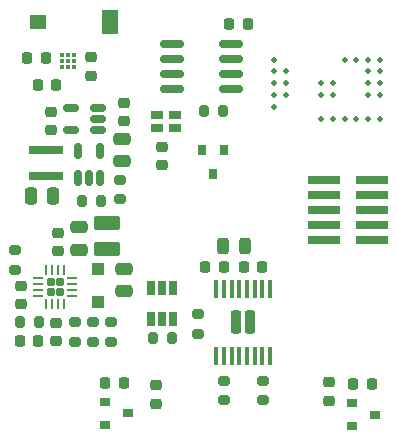
<source format=gbr>
%TF.GenerationSoftware,KiCad,Pcbnew,(6.0.0)*%
%TF.CreationDate,2022-01-21T19:42:06+01:00*%
%TF.ProjectId,DotBot,446f7442-6f74-42e6-9b69-6361645f7063,rev?*%
%TF.SameCoordinates,Original*%
%TF.FileFunction,Paste,Top*%
%TF.FilePolarity,Positive*%
%FSLAX46Y46*%
G04 Gerber Fmt 4.6, Leading zero omitted, Abs format (unit mm)*
G04 Created by KiCad (PCBNEW (6.0.0)) date 2022-01-21 19:42:06*
%MOMM*%
%LPD*%
G01*
G04 APERTURE LIST*
G04 Aperture macros list*
%AMRoundRect*
0 Rectangle with rounded corners*
0 $1 Rounding radius*
0 $2 $3 $4 $5 $6 $7 $8 $9 X,Y pos of 4 corners*
0 Add a 4 corners polygon primitive as box body*
4,1,4,$2,$3,$4,$5,$6,$7,$8,$9,$2,$3,0*
0 Add four circle primitives for the rounded corners*
1,1,$1+$1,$2,$3*
1,1,$1+$1,$4,$5*
1,1,$1+$1,$6,$7*
1,1,$1+$1,$8,$9*
0 Add four rect primitives between the rounded corners*
20,1,$1+$1,$2,$3,$4,$5,0*
20,1,$1+$1,$4,$5,$6,$7,0*
20,1,$1+$1,$6,$7,$8,$9,0*
20,1,$1+$1,$8,$9,$2,$3,0*%
G04 Aperture macros list end*
%ADD10C,0.400000*%
%ADD11RoundRect,0.218750X-0.256250X0.218750X-0.256250X-0.218750X0.256250X-0.218750X0.256250X0.218750X0*%
%ADD12RoundRect,0.218750X-0.218750X-0.256250X0.218750X-0.256250X0.218750X0.256250X-0.218750X0.256250X0*%
%ADD13R,1.400000X2.000000*%
%ADD14R,1.400000X1.200000*%
%ADD15RoundRect,0.200000X-0.200000X-0.275000X0.200000X-0.275000X0.200000X0.275000X-0.200000X0.275000X0*%
%ADD16RoundRect,0.200000X0.275000X-0.200000X0.275000X0.200000X-0.275000X0.200000X-0.275000X-0.200000X0*%
%ADD17RoundRect,0.250000X-0.250000X-0.475000X0.250000X-0.475000X0.250000X0.475000X-0.250000X0.475000X0*%
%ADD18R,0.900000X0.800000*%
%ADD19R,1.000000X0.800000*%
%ADD20RoundRect,0.218750X0.218750X0.256250X-0.218750X0.256250X-0.218750X-0.256250X0.218750X-0.256250X0*%
%ADD21R,0.800000X0.900000*%
%ADD22RoundRect,0.150000X-0.825000X-0.150000X0.825000X-0.150000X0.825000X0.150000X-0.825000X0.150000X0*%
%ADD23RoundRect,0.225000X0.250000X-0.225000X0.250000X0.225000X-0.250000X0.225000X-0.250000X-0.225000X0*%
%ADD24R,2.900000X0.800000*%
%ADD25R,0.650000X1.220000*%
%ADD26RoundRect,0.250000X-0.475000X0.250000X-0.475000X-0.250000X0.475000X-0.250000X0.475000X0.250000X0*%
%ADD27RoundRect,0.254000X0.000000X0.000000X0.000000X0.000000X0.000000X0.000000X0.000000X0.000000X0*%
%ADD28R,2.790000X0.740000*%
%ADD29RoundRect,0.243750X0.243750X0.456250X-0.243750X0.456250X-0.243750X-0.456250X0.243750X-0.456250X0*%
%ADD30RoundRect,0.232500X0.232500X-0.757500X0.232500X0.757500X-0.232500X0.757500X-0.232500X-0.757500X0*%
%ADD31RoundRect,0.100000X0.100000X-0.687500X0.100000X0.687500X-0.100000X0.687500X-0.100000X-0.687500X0*%
%ADD32RoundRect,0.225000X0.225000X0.250000X-0.225000X0.250000X-0.225000X-0.250000X0.225000X-0.250000X0*%
%ADD33RoundRect,0.225000X-0.225000X-0.250000X0.225000X-0.250000X0.225000X0.250000X-0.225000X0.250000X0*%
%ADD34RoundRect,0.200000X-0.275000X0.200000X-0.275000X-0.200000X0.275000X-0.200000X0.275000X0.200000X0*%
%ADD35RoundRect,0.150000X0.150000X-0.512500X0.150000X0.512500X-0.150000X0.512500X-0.150000X-0.512500X0*%
%ADD36R,1.100000X1.100000*%
%ADD37RoundRect,0.250000X0.475000X-0.250000X0.475000X0.250000X-0.475000X0.250000X-0.475000X-0.250000X0*%
%ADD38RoundRect,0.225000X-0.250000X0.225000X-0.250000X-0.225000X0.250000X-0.225000X0.250000X0.225000X0*%
%ADD39RoundRect,0.250000X-0.850000X0.375000X-0.850000X-0.375000X0.850000X-0.375000X0.850000X0.375000X0*%
%ADD40RoundRect,0.150000X0.512500X0.150000X-0.512500X0.150000X-0.512500X-0.150000X0.512500X-0.150000X0*%
%ADD41RoundRect,0.172500X-0.172500X0.172500X-0.172500X-0.172500X0.172500X-0.172500X0.172500X0.172500X0*%
%ADD42RoundRect,0.062500X-0.062500X0.375000X-0.062500X-0.375000X0.062500X-0.375000X0.062500X0.375000X0*%
%ADD43RoundRect,0.062500X-0.375000X0.062500X-0.375000X-0.062500X0.375000X-0.062500X0.375000X0.062500X0*%
%ADD44RoundRect,0.200000X0.200000X0.275000X-0.200000X0.275000X-0.200000X-0.275000X0.200000X-0.275000X0*%
G04 APERTURE END LIST*
D10*
%TO.C,U4*%
X80146315Y-49370000D03*
X80646315Y-49370000D03*
X81146315Y-49370000D03*
X80146315Y-49870000D03*
X80646315Y-49870000D03*
X81146315Y-49870000D03*
X80146315Y-50370000D03*
X80646315Y-50370000D03*
X81146315Y-50370000D03*
%TD*%
D11*
%TO.C,C1*%
X82634315Y-49562500D03*
X82634315Y-51137500D03*
%TD*%
D12*
%TO.C,C2*%
X77246815Y-49650000D03*
X78821815Y-49650000D03*
%TD*%
D13*
%TO.C,D1*%
X84234315Y-46550000D03*
D14*
X78134315Y-46550000D03*
%TD*%
D12*
%TO.C,R2*%
X78112500Y-51900000D03*
X79687500Y-51900000D03*
%TD*%
D15*
%TO.C,R5*%
X92175000Y-54100000D03*
X93825000Y-54100000D03*
%TD*%
D12*
%TO.C,C3*%
X83812500Y-77100000D03*
X85387500Y-77100000D03*
%TD*%
%TO.C,C4*%
X104812500Y-77200000D03*
X106387500Y-77200000D03*
%TD*%
D16*
%TO.C,R4*%
X93900000Y-78575000D03*
X93900000Y-76925000D03*
%TD*%
D17*
%TO.C,C12*%
X77550000Y-61300000D03*
X79450000Y-61300000D03*
%TD*%
D16*
%TO.C,R3*%
X97200000Y-78575000D03*
X97200000Y-76925000D03*
%TD*%
D18*
%TO.C,U2*%
X104700000Y-78850000D03*
X104700000Y-80750000D03*
X106700000Y-79800000D03*
%TD*%
%TO.C,U1*%
X83800000Y-78750000D03*
X83800000Y-80650000D03*
X85800000Y-79700000D03*
%TD*%
D11*
%TO.C,C9*%
X88650000Y-57112500D03*
X88650000Y-58687500D03*
%TD*%
D19*
%TO.C,D2*%
X89750000Y-55550000D03*
X88250000Y-55550000D03*
X88250000Y-54450000D03*
X89750000Y-54450000D03*
%TD*%
D20*
%TO.C,C8*%
X95887500Y-46700000D03*
X94312500Y-46700000D03*
%TD*%
D21*
%TO.C,Q4*%
X93900000Y-57400000D03*
X92000000Y-57400000D03*
X92950000Y-59400000D03*
%TD*%
D22*
%TO.C,U7*%
X89525000Y-48395000D03*
X89525000Y-49665000D03*
X89525000Y-50935000D03*
X89525000Y-52205000D03*
X94475000Y-52205000D03*
X94475000Y-50935000D03*
X94475000Y-49665000D03*
X94475000Y-48395000D03*
%TD*%
D23*
%TO.C,C15*%
X88150000Y-78875000D03*
X88150000Y-77325000D03*
%TD*%
D24*
%TO.C,L2*%
X78850000Y-59562500D03*
X78850000Y-57362500D03*
%TD*%
D25*
%TO.C,Q1*%
X89600000Y-69090000D03*
X88650000Y-69090000D03*
X87700000Y-69090000D03*
X87700000Y-71710000D03*
X88650000Y-71710000D03*
X89600000Y-71710000D03*
%TD*%
D15*
%TO.C,R8*%
X87875000Y-73350000D03*
X89525000Y-73350000D03*
%TD*%
D23*
%TO.C,C16*%
X102800000Y-78625000D03*
X102800000Y-77075000D03*
%TD*%
D26*
%TO.C,C11*%
X85250000Y-56450000D03*
X85250000Y-58350000D03*
%TD*%
D27*
%TO.C,U5*%
X98104200Y-49749400D03*
X98104200Y-50740000D03*
X98104200Y-51756000D03*
X98104200Y-52746600D03*
X98104200Y-53762600D03*
X99094800Y-50740000D03*
X99094800Y-51756000D03*
X99094800Y-52746600D03*
X102092000Y-54753200D03*
X103108000Y-54753200D03*
X104098600Y-54753200D03*
X105089200Y-54753200D03*
X106105200Y-54753200D03*
X107095800Y-54753200D03*
X107095800Y-52746600D03*
X107095800Y-51756000D03*
X107095800Y-50740000D03*
X107095800Y-49749400D03*
X106105200Y-52746600D03*
X106105200Y-51756000D03*
X106105200Y-50740000D03*
X106105200Y-49749400D03*
X105089200Y-49749400D03*
X104098600Y-49749400D03*
X103108000Y-51756000D03*
X103108000Y-52746600D03*
X102092000Y-51756000D03*
X102092000Y-52746600D03*
%TD*%
D28*
%TO.C,J3*%
X102365000Y-59910000D03*
X106435000Y-59910000D03*
X102365000Y-61180000D03*
X106435000Y-61180000D03*
X102365000Y-62450000D03*
X106435000Y-62450000D03*
X102365000Y-63720000D03*
X106435000Y-63720000D03*
X102365000Y-64990000D03*
X106435000Y-64990000D03*
%TD*%
D29*
%TO.C,C5*%
X95687500Y-65500000D03*
X93812500Y-65500000D03*
%TD*%
D30*
%TO.C,U3*%
X94920000Y-72000000D03*
X96080000Y-72000000D03*
D31*
X93225000Y-74862500D03*
X93875000Y-74862500D03*
X94525000Y-74862500D03*
X95175000Y-74862500D03*
X95825000Y-74862500D03*
X96475000Y-74862500D03*
X97125000Y-74862500D03*
X97775000Y-74862500D03*
X97775000Y-69137500D03*
X97125000Y-69137500D03*
X96475000Y-69137500D03*
X95825000Y-69137500D03*
X95175000Y-69137500D03*
X94525000Y-69137500D03*
X93875000Y-69137500D03*
X93225000Y-69137500D03*
%TD*%
D16*
%TO.C,R1*%
X91700000Y-72975000D03*
X91700000Y-71325000D03*
%TD*%
D32*
%TO.C,C6*%
X93850000Y-67325000D03*
X92300000Y-67325000D03*
%TD*%
D33*
%TO.C,C7*%
X95550000Y-67300000D03*
X97100000Y-67300000D03*
%TD*%
D34*
%TO.C,R13*%
X82800000Y-71975000D03*
X82800000Y-73625000D03*
%TD*%
D33*
%TO.C,C19*%
X76625000Y-73600000D03*
X78175000Y-73600000D03*
%TD*%
D35*
%TO.C,U6*%
X81500000Y-59800000D03*
X82450000Y-59800000D03*
X83400000Y-59800000D03*
X83400000Y-57525000D03*
X81500000Y-57525000D03*
%TD*%
D34*
%TO.C,R7*%
X81300000Y-71975000D03*
X81300000Y-73625000D03*
%TD*%
D36*
%TO.C,D3*%
X83200000Y-70300000D03*
X83200000Y-67500000D03*
%TD*%
D23*
%TO.C,C14*%
X79700000Y-73575000D03*
X79700000Y-72025000D03*
%TD*%
%TO.C,C17*%
X85400000Y-54975000D03*
X85400000Y-53425000D03*
%TD*%
D34*
%TO.C,R9*%
X85050000Y-59937500D03*
X85050000Y-61587500D03*
%TD*%
D37*
%TO.C,C10*%
X81600000Y-65850000D03*
X81600000Y-63950000D03*
%TD*%
D38*
%TO.C,C20*%
X76700000Y-68925000D03*
X76700000Y-70475000D03*
%TD*%
D34*
%TO.C,R6*%
X76200000Y-65875000D03*
X76200000Y-67525000D03*
%TD*%
D39*
%TO.C,L1*%
X84000000Y-63625000D03*
X84000000Y-65775000D03*
%TD*%
D23*
%TO.C,C18*%
X79200000Y-55725000D03*
X79200000Y-54175000D03*
%TD*%
%TO.C,C13*%
X79800000Y-65975000D03*
X79800000Y-64425000D03*
%TD*%
D40*
%TO.C,U9*%
X83237500Y-55750000D03*
X83237500Y-54800000D03*
X83237500Y-53850000D03*
X80962500Y-53850000D03*
X80962500Y-55750000D03*
%TD*%
D26*
%TO.C,C21*%
X85400000Y-67450000D03*
X85400000Y-69350000D03*
%TD*%
D41*
%TO.C,U8*%
X79200000Y-68600000D03*
X80000000Y-68600000D03*
X79200000Y-69400000D03*
X80000000Y-69400000D03*
D42*
X80350000Y-67562500D03*
X79850000Y-67562500D03*
X79350000Y-67562500D03*
X78850000Y-67562500D03*
D43*
X78162500Y-68250000D03*
X78162500Y-68750000D03*
X78162500Y-69250000D03*
X78162500Y-69750000D03*
D42*
X78850000Y-70437500D03*
X79350000Y-70437500D03*
X79850000Y-70437500D03*
X80350000Y-70437500D03*
D43*
X81037500Y-69750000D03*
X81037500Y-69250000D03*
X81037500Y-68750000D03*
X81037500Y-68250000D03*
%TD*%
D44*
%TO.C,R11*%
X78225000Y-72000000D03*
X76575000Y-72000000D03*
%TD*%
%TO.C,R10*%
X83475000Y-61700000D03*
X81825000Y-61700000D03*
%TD*%
D34*
%TO.C,R12*%
X84300000Y-71975000D03*
X84300000Y-73625000D03*
%TD*%
M02*

</source>
